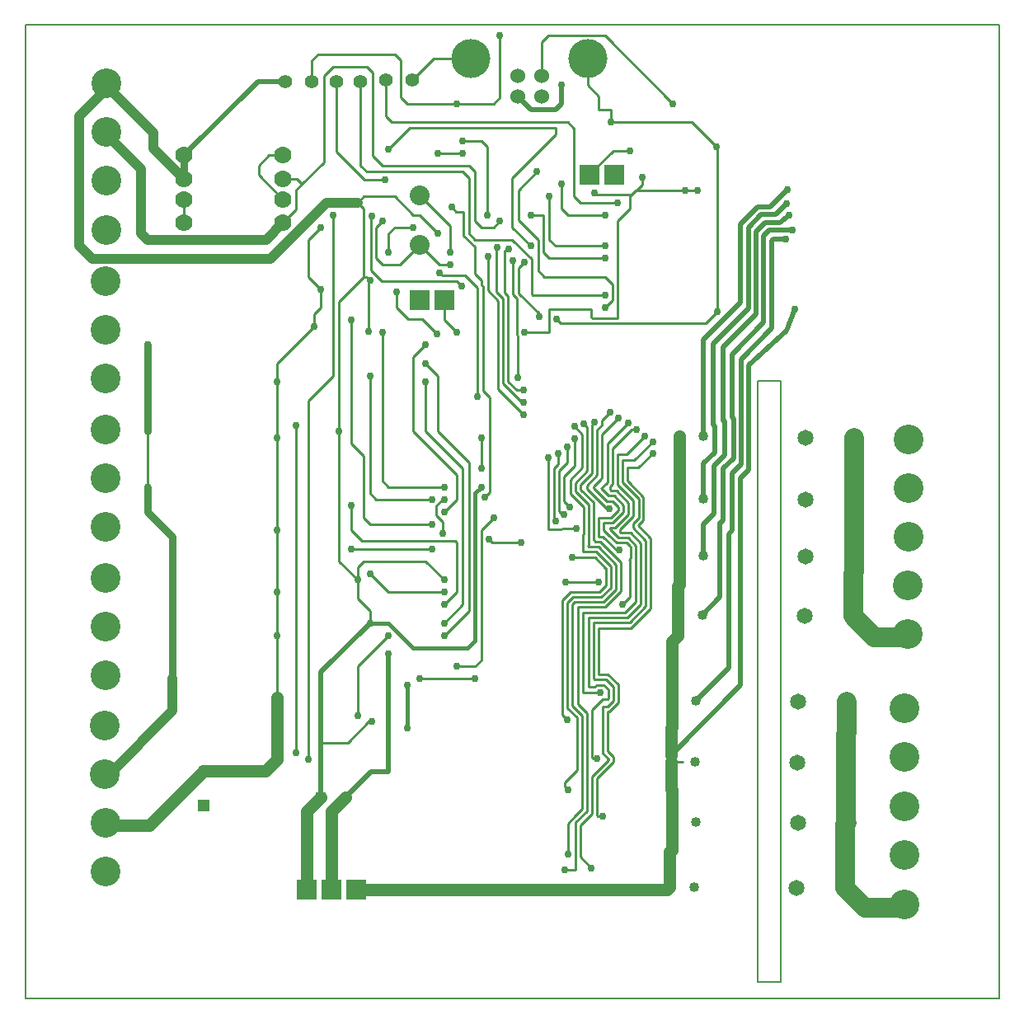
<source format=gbr>
G04 PROTEUS RS274X GERBER FILE*
%FSLAX45Y45*%
%MOMM*%
G01*
%ADD10C,0.254000*%
%ADD14C,1.016000*%
%ADD11C,0.762000*%
%ADD12C,1.270000*%
%ADD16C,2.032000*%
%ADD13C,0.508000*%
%ADD15C,0.381000*%
%ADD19C,0.762000*%
%ADD70C,1.524000*%
%ADD71C,4.000000*%
%ADD23C,3.048000*%
%ADD24C,1.016000*%
%ADD25C,1.651000*%
%ADD31C,2.032000*%
%ADD32R,1.280000X1.280000*%
%ADD33C,0.254000*%
%ADD34C,1.280000*%
%ADD35R,1.120000X1.120000*%
%ADD36C,1.120000*%
%ADD38C,1.397000*%
%ADD39R,2.032000X2.032000*%
%ADD42C,1.778000*%
%ADD43C,0.203200*%
D10*
X-571500Y+1841500D02*
X-696000Y+1966000D01*
X-696000Y+2170000D01*
D14*
X-3492500Y-1714500D02*
X-3492500Y-2047260D01*
X-4154000Y-2708760D01*
D11*
X-3492500Y-254000D02*
X-3746500Y+0D01*
X-3746500Y+254000D01*
X-3492500Y-254000D02*
X-3492500Y-1206500D01*
D10*
X-3746500Y+825500D02*
X-3746500Y+254000D01*
D11*
X-3746500Y+1333500D02*
X-3746500Y+825500D01*
X-3492500Y-1714500D02*
X-3492500Y-1206500D01*
X-3746500Y+1333500D02*
X-3746500Y+1714500D01*
D12*
X+1713000Y+131000D02*
X+1713000Y+773000D01*
X+1713000Y-451000D02*
X+1713000Y+131000D01*
X+1637000Y-1939000D02*
X+1637000Y-1333500D01*
X+1700000Y-1270500D01*
X+1700000Y-1060000D01*
X+1617000Y-3853000D02*
X+1617000Y-3492500D01*
X+1637000Y-3472500D01*
X+1637000Y-3185000D01*
X+1700000Y-1060000D02*
X+1700000Y-762000D01*
X+1713000Y-749000D01*
X+1713000Y-451000D01*
X+1637000Y-3185000D02*
X+1637000Y-2857500D01*
X+1627000Y-2847500D01*
X+1627000Y-2567000D01*
D10*
X-698500Y-825500D02*
X-1270000Y-825500D01*
X-1460500Y-635000D01*
X-952500Y-1714500D02*
X-381000Y-1714500D01*
X-571500Y-1587500D02*
X-381000Y-1587500D01*
X-317500Y-1524000D01*
X-317500Y-190500D01*
X-190500Y-63500D01*
X-2222500Y+889000D02*
X-2222500Y-2476500D01*
X-825500Y+127000D02*
X-1397000Y+127000D01*
X-1460500Y+190500D01*
X-1460500Y+1397000D01*
X-1651000Y+1968500D02*
X-1651000Y+698500D01*
X-1524000Y+571500D01*
X-1524000Y-63500D01*
X-1460500Y-127000D01*
X-825500Y-127000D01*
X-698500Y+254000D02*
X-1270000Y+254000D01*
X-1333500Y+317500D01*
X-1333500Y+1841500D01*
X-698500Y+0D02*
X-571500Y+127000D01*
X-571500Y+381000D01*
X-1016000Y+825500D01*
X-1016000Y+1587500D01*
X-889000Y+1714500D01*
X-317500Y+762000D02*
X-317500Y+444500D01*
X-889000Y+1524000D02*
X-762000Y+1397000D01*
X-762000Y+825500D01*
X-444500Y+508000D01*
X-444500Y-1016000D01*
X-698500Y-1270000D01*
X-698500Y-1143000D02*
X-508000Y-952500D01*
X-508000Y+444500D01*
X-889000Y+825500D01*
X-889000Y+1333500D01*
X-1587500Y-2095500D02*
X-1587500Y-1587500D01*
X-1270000Y-1270000D01*
D16*
X+3427000Y-2577000D02*
X+3427000Y-2286000D01*
X+3437000Y-2276000D01*
X+3437000Y-1949000D01*
X+3500000Y-1070000D02*
X+3500000Y-635000D01*
X+3513000Y-622000D01*
X+3513000Y-461000D01*
X+3513000Y+121000D02*
X+3513000Y+763000D01*
X+3513000Y-461000D02*
X+3513000Y+121000D01*
D10*
X+1651000Y+4191000D02*
X+952500Y+4889500D01*
X+365420Y+4889500D01*
X+301920Y+4826000D01*
X+301920Y+4479780D01*
D13*
X-1270000Y-1460500D02*
X-1270000Y-2667000D01*
D10*
X-1016000Y+2921000D02*
X-1206500Y+2921000D01*
X-1270000Y+2857500D01*
X-1270000Y+2667000D01*
X+2095500Y+3746500D02*
X+1841500Y+4000500D01*
X+1016000Y+4000500D01*
X-2413000Y+1333500D02*
X-2413000Y+1524000D01*
X-2032000Y+1905000D01*
D12*
X-1715000Y-2930000D02*
X-1860000Y-3075000D01*
X-1860000Y-3880000D01*
D10*
X-427000Y+4649780D02*
X-810220Y+4649780D01*
X-1030000Y+4430000D01*
X+773000Y+4649780D02*
X+773000Y+4381500D01*
X+889000Y+4265500D01*
X+889000Y+4127500D01*
X-1968500Y+2286000D02*
X-1968500Y+2095500D01*
X-2032000Y+2032000D01*
X-2032000Y+1905000D01*
X+1016000Y+4127500D02*
X+889000Y+4127500D01*
X-2413000Y+762000D02*
X-2413000Y-190500D01*
X-825500Y-381000D02*
X-1651000Y-381000D01*
D13*
X-1715000Y-2930000D02*
X-1452000Y-2667000D01*
X-1270000Y-2667000D01*
D10*
X-2413000Y-825500D02*
X-2413000Y-190500D01*
X-2413000Y-1270000D02*
X-2413000Y-1905000D01*
D12*
X-3170000Y-2665000D02*
X-2538000Y-2665000D01*
X-2413000Y-2540000D01*
X-2413000Y-1905000D01*
D10*
X-2413000Y+762000D02*
X-2413000Y+1333500D01*
X-1968500Y+2286000D02*
X-2095500Y+2413000D01*
X-2095500Y+2794000D01*
X-1968500Y+2921000D01*
X-2413000Y-825500D02*
X-2413000Y-1270000D01*
X-3370000Y+2970000D02*
X-3370000Y+3210000D01*
X+1016000Y+4127500D02*
X+1016000Y+4000500D01*
X-2354000Y+3660000D02*
X-2499500Y+3660000D01*
X-2603500Y+3556000D01*
X-2603500Y+3459500D01*
X-2354000Y+3210000D01*
X-2159000Y+3365500D02*
X-2213500Y+3420000D01*
X-2360000Y+3420000D01*
X-2354000Y+2970000D02*
X-2222500Y+3101500D01*
X-2222500Y+3302000D01*
X-2159000Y+3365500D01*
X-1935000Y+3589500D01*
X-1935000Y+4478500D01*
X-1841500Y+4572000D01*
X-1493500Y+4572000D01*
X-1430000Y+4508500D01*
X-1430000Y+3652500D01*
X-1333500Y+3556000D01*
X-444500Y+3556000D01*
X-381000Y+3492500D01*
X-381000Y+2984500D01*
X-317500Y+2921000D01*
X-190500Y+2921000D01*
X-127000Y+2984500D01*
X-950000Y+3250000D02*
X-635000Y+2935000D01*
X-635000Y+2667000D01*
X-950000Y+2742000D02*
X-1152000Y+2540000D01*
X-1333500Y+2540000D01*
X-1397000Y+2603500D01*
X-1397000Y+2921000D01*
X-1333500Y+2984500D01*
X-950000Y+2742000D02*
X-748000Y+2540000D01*
X-635000Y+2540000D01*
X+1079500Y+3175000D02*
X+698500Y+3175000D01*
X+635000Y+3238500D01*
X+635000Y+3937000D01*
X+571500Y+4000500D01*
X-1236500Y+4000500D01*
X-1300000Y+4064000D01*
X-1300000Y+4430000D01*
X+381000Y+3238500D02*
X+381000Y+2794000D01*
X+444500Y+2730500D01*
X+952500Y+2730500D01*
X+190500Y+3048000D02*
X+317500Y+3048000D01*
X+317500Y+2667000D01*
X+381000Y+2603500D01*
X+952500Y+2603500D01*
X+508000Y+3365500D02*
X+508000Y+3111500D01*
X+571500Y+3048000D01*
X+952500Y+3048000D01*
X+952500Y+2095500D02*
X+1028700Y+2171700D01*
X+1028700Y+2336800D01*
X+952500Y+2413000D01*
X+330200Y+2413000D01*
X+266700Y+2476500D01*
X+266700Y+2794000D01*
X+63500Y+2997200D01*
X+63500Y+3302000D01*
X+254000Y+3492500D01*
X-762000Y+3683000D02*
X-508000Y+3683000D01*
X-571500Y+4191000D02*
X-190500Y+4191000D01*
X-127000Y+4254500D01*
X-127000Y+4889500D01*
X-571500Y+4191000D02*
X-1079500Y+4191000D01*
X-1143000Y+4254500D01*
X-1143000Y+4635500D01*
X-1206500Y+4699000D01*
X-1996500Y+4699000D01*
X-2060000Y+4635500D01*
X-2060000Y+4420000D01*
X-254000Y+3746500D02*
X-254000Y+3048000D01*
X-254000Y+3746500D02*
X-317500Y+3810000D01*
X-508000Y+3810000D01*
X+1778000Y+3302000D02*
X+1905000Y+3302000D01*
X-1587500Y+3175000D02*
X-1524000Y+3238500D01*
X-1206500Y+3238500D01*
X-1016000Y+3048000D01*
X-952500Y+3048000D01*
X-762000Y+2857500D01*
X-1651000Y+2286000D02*
X-1778000Y+2159000D01*
X-1778000Y+825500D01*
D13*
X-2330000Y+4420000D02*
X-2610000Y+4420000D01*
X-3370000Y+3660000D01*
D10*
X-1587500Y-698500D02*
X-1778000Y-508000D01*
X-1778000Y+825500D01*
D12*
X-1965000Y-2930000D02*
X-2114000Y-3079000D01*
X-2114000Y-3880000D01*
D15*
X-1460500Y-1143000D02*
X-1270000Y-1143000D01*
X-1016000Y-1397000D01*
D13*
X+53000Y+4268000D02*
X+193500Y+4127500D01*
X+444500Y+4127500D01*
X+508000Y+4191000D01*
D10*
X-1460500Y-1143000D02*
X-1460500Y-1016000D01*
X-1587500Y-889000D01*
D11*
X-3370000Y+3660000D02*
X-3370000Y+3426000D01*
X-3376000Y+3420000D01*
D10*
X-1587500Y-698500D02*
X-1587500Y-571500D01*
X-1524000Y-508000D01*
X-889000Y-508000D01*
X-698500Y-698500D01*
D15*
X-1079500Y-1778000D02*
X-1079500Y-2222500D01*
D13*
X+508000Y+4191000D02*
X+508000Y+4381500D01*
D10*
X-1587500Y-698500D02*
X-1587500Y-889000D01*
D12*
X-1606000Y-3880000D02*
X+1590000Y-3880000D01*
X+1617000Y-3853000D01*
D15*
X-1016000Y-1397000D02*
X-457200Y-1397000D01*
X-380000Y-1319800D01*
X-380000Y+191500D01*
X-317500Y+254000D01*
D14*
X-4150000Y+4360000D02*
X-4445000Y+4065000D01*
X-4445000Y+2730500D01*
X-4314500Y+2600000D01*
X-2480000Y+2600000D01*
X-1905000Y+3175000D01*
X-1587500Y+3175000D01*
D16*
X+3417000Y-3863000D02*
X+3417000Y-3215000D01*
X+3437000Y-3195000D01*
X+3427000Y-2577000D02*
X+3427000Y-3185000D01*
X+3437000Y-3195000D01*
D10*
X+370000Y+560000D02*
X+370000Y-180000D01*
X+640576Y-174514D01*
X+649541Y-174514D01*
X+655517Y-168538D01*
X+544842Y-723168D02*
X+883810Y-723168D01*
X+474168Y+596987D02*
X+474168Y+491729D01*
X+428774Y+446335D01*
X+428774Y-68786D01*
X+457948Y-97960D01*
X+449931Y-97960D01*
X+565210Y+663508D02*
X+565210Y+502724D01*
X+479609Y+417123D01*
X+479609Y+6104D01*
X+517649Y-31936D01*
X+527073Y-31936D01*
X+638407Y+753547D02*
X+641355Y+750599D01*
X+641355Y+473007D01*
X+530377Y+362029D01*
X+530377Y+106683D01*
X+586306Y+50754D01*
X+618446Y-469414D02*
X+848132Y-469414D01*
X+954152Y-575434D01*
X+960580Y-581862D01*
X+960580Y-757486D01*
X+894034Y-824032D01*
X+820866Y-824032D01*
X+597178Y-824032D01*
X+515648Y-905562D01*
X+515648Y-2083577D01*
X+564776Y-2132705D01*
X+666388Y-2450000D02*
X+666388Y-2651002D01*
X+537680Y-2779710D01*
X+537680Y-2820882D01*
X+572518Y-2855720D01*
X+638888Y+878033D02*
X+720897Y+796024D01*
X+720897Y+651040D01*
X+720897Y+453292D01*
X+597759Y+330154D01*
X+597759Y+179450D01*
X+648340Y+128869D01*
X+651220Y+128869D01*
X+732224Y+47865D01*
X+732224Y-229597D01*
X+726637Y-235184D01*
X+726637Y-412222D01*
X+727584Y-413169D01*
X+864504Y-413169D01*
X+1011374Y-560039D01*
X+1011374Y-778526D01*
X+915112Y-874788D01*
X+623014Y-874788D01*
X+566457Y-931345D01*
X+566457Y-952580D01*
X+566457Y-2014819D01*
X+666388Y-2114750D01*
X+666388Y-2152519D01*
X+666388Y-2450000D01*
X+736506Y+906357D02*
X+771744Y+871119D01*
X+771744Y+418642D01*
X+648522Y+295420D01*
X+648522Y+207896D01*
X+782990Y+73428D01*
X+782990Y-346884D01*
X+777466Y-352408D01*
X+787390Y-362332D01*
X+885555Y-362332D01*
X+1064508Y-541285D01*
X+1064508Y-797197D01*
X+936107Y-925598D01*
X+644134Y-925598D01*
X+617273Y-952459D01*
X+617273Y-1993933D01*
X+717057Y-2093717D01*
X+717057Y-2111664D01*
X+717175Y-2111782D01*
X+717175Y-3052958D01*
X+651331Y-3118802D01*
X+570085Y-3200048D01*
X+570085Y-3515409D01*
X+841984Y+916463D02*
X+822567Y+897046D01*
X+822567Y+397586D01*
X+728498Y+303517D01*
X+702951Y+277970D01*
X+702916Y+277970D01*
X+702916Y+225308D01*
X+833759Y+94465D01*
X+833759Y-283037D01*
X+834294Y-283572D01*
X+855844Y-305122D01*
X+900185Y-305122D01*
X+1115295Y-520232D01*
X+1115295Y-818122D01*
X+957007Y-976410D01*
X+673464Y-976410D01*
X+673464Y-1978232D01*
X+767975Y-2072743D01*
X+767975Y-2119346D01*
X+767975Y-3073995D01*
X+651835Y-3190135D01*
X+646291Y-3195679D01*
X+646291Y-3679004D01*
X+646499Y-3679212D01*
X+536063Y-3679212D01*
X+534981Y-3678130D01*
X+1007245Y+1025752D02*
X+919960Y+938467D01*
X+919960Y+886762D01*
X+873346Y+840148D01*
X+873346Y+376549D01*
X+765744Y+268947D01*
X+765744Y+234354D01*
X+967215Y+32883D01*
X+996335Y+32883D01*
X+1086093Y+958544D02*
X+924152Y+796603D01*
X+924152Y+348711D01*
X+900809Y+325368D01*
X+835157Y+259716D01*
X+835157Y+246586D01*
X+971228Y+110515D01*
X+1026399Y+110515D01*
X+1089977Y+46937D01*
X+1089977Y+17333D01*
X+1014069Y-58575D01*
X+884570Y-58575D01*
X+884570Y-253278D01*
X+884552Y-253296D01*
X+930906Y-253296D01*
X+1086094Y-408484D01*
X+1098652Y-395926D01*
X+1188967Y+910209D02*
X+975635Y+696877D01*
X+975635Y+303543D01*
X+958968Y+286876D01*
X+914511Y+242419D01*
X+914511Y+239086D01*
X+990054Y+163543D01*
X+1045634Y+163543D01*
X+1142301Y+66876D01*
X+1142301Y-2249D01*
X+1033997Y-110553D01*
X+935360Y-110553D01*
X+935360Y-185964D01*
X+991837Y-242441D01*
X+1068283Y-318887D01*
X+1171642Y-318887D01*
X+1204513Y-351758D01*
X+1204513Y-353807D01*
X+1217233Y-366527D01*
X+1217233Y-474607D01*
X+1199904Y-491936D01*
X+1208461Y-500493D01*
X+1208461Y-871540D01*
X+1131938Y-948063D01*
X+1134885Y-951010D01*
X+1274328Y+840704D02*
X+1222124Y+840704D01*
X+1026423Y+645003D01*
X+1026423Y+282443D01*
X+1002525Y+258545D01*
X+1002525Y+223134D01*
X+1011365Y+214294D01*
X+1069905Y+214294D01*
X+1193137Y+91062D01*
X+1193137Y-24535D01*
X+1056337Y-161335D01*
X+1005331Y-161335D01*
X+1005331Y-184102D01*
X+1080537Y-259308D01*
X+1089321Y-268092D01*
X+1192659Y-268092D01*
X+1270977Y-346410D01*
X+1270977Y-922610D01*
X+1161080Y-1032507D01*
X+724246Y-1032507D01*
X+724246Y-1855697D01*
X+724288Y-1855739D01*
X+903392Y-1855739D01*
X+904105Y-1855026D01*
X+2095500Y+3746500D02*
X+2105500Y+3746500D01*
X+2105500Y+2052000D01*
X+1359671Y+778112D02*
X+1174272Y+592713D01*
X+1077267Y+592713D01*
X+1077267Y+278706D01*
X+1243933Y+112040D01*
X+1243933Y-45632D01*
X+1106660Y-182905D01*
X+1106660Y-213589D01*
X+1110327Y-217256D01*
X+1213585Y-217256D01*
X+1321812Y-325483D01*
X+1321812Y-947437D01*
X+1185987Y-1083262D01*
X+780841Y-1083262D01*
X+780841Y-1798219D01*
X+783588Y-1800966D01*
X+844286Y-1800966D01*
X+867631Y-1777621D01*
X+940004Y-1777621D01*
X+984360Y-1821977D01*
X+984360Y-1917695D01*
X+975022Y-1927033D01*
X+930664Y-1927033D01*
X+818754Y-2038943D01*
X+818754Y-2521715D01*
X+827309Y-2530270D01*
X+869417Y-2530270D01*
X+1445885Y+720081D02*
X+1253975Y+528171D01*
X+1128052Y+528171D01*
X+1128052Y+299810D01*
X+1296710Y+131152D01*
X+1296710Y-64684D01*
X+1238653Y-122741D01*
X+1238653Y-162065D01*
X+1372573Y-295985D01*
X+1372573Y-968547D01*
X+1205520Y-1135600D01*
X+831624Y-1135600D01*
X+831624Y-1712742D01*
X+842199Y-1723317D01*
X+962114Y-1723317D01*
X+1038423Y-1799626D01*
X+1038423Y-1941342D01*
X+976296Y-2003469D01*
X+926128Y-2003469D01*
X+926128Y-2477937D01*
X+989757Y-2541566D01*
X+989757Y-2548029D01*
X+818812Y-2718974D01*
X+818812Y-3102354D01*
X+709135Y-3212031D01*
X+697286Y-3223880D01*
X+697286Y-3545884D01*
X+811026Y-3659624D01*
X+1441050Y+601049D02*
X+1290267Y+450266D01*
X+1178844Y+450266D01*
X+1178844Y+320895D01*
X+1199672Y+300067D01*
X+1347477Y+152262D01*
X+1347477Y-85765D01*
X+1292346Y-140896D01*
X+1423397Y-271947D01*
X+1423397Y-989499D01*
X+1233248Y-1179648D01*
X+1230729Y-1179648D01*
X+1212980Y-1197397D01*
X+882467Y-1197397D01*
X+882467Y-1666615D01*
X+882408Y-1666674D01*
X+979383Y-1666674D01*
X+1089266Y-1776557D01*
X+1089266Y-1920181D01*
X+1089266Y-1962202D01*
X+996725Y-2054743D01*
X+976935Y-2054743D01*
X+976935Y-2451623D01*
X+976886Y-2451672D01*
X+976886Y-2456915D01*
X+1040498Y-2520527D01*
X+1040498Y-2570638D01*
X+1008508Y-2602628D01*
X+869564Y-2741572D01*
X+869564Y-3115955D01*
X+867808Y-3117711D01*
X+878884Y-3128787D01*
X+926878Y-3128787D01*
X+930569Y-3128787D01*
X+1627000Y-2567000D02*
X+1750870Y-2567000D01*
X+1627000Y-2567000D02*
X+1627000Y-2496841D01*
D12*
X+1627000Y-2222500D01*
X+1637000Y-2212500D01*
X+1637000Y-1939000D01*
D13*
X+1963000Y+773000D02*
X+1963000Y+1764618D01*
X+2342624Y+2144242D01*
X+2342624Y+2955366D01*
X+2517258Y+3130000D01*
X+2643309Y+3130000D01*
X+2821226Y+3307917D01*
X+1963000Y+131000D02*
X+1963000Y+493661D01*
X+2080000Y+610661D01*
X+2080000Y+873454D01*
X+2062658Y+890796D01*
X+2062658Y+1726021D01*
X+2423063Y+2086426D01*
X+2423063Y+2915930D01*
X+2557133Y+3050000D01*
X+2703329Y+3050000D01*
X+2819699Y+3166370D01*
X+1963000Y-451000D02*
X+1963000Y-128902D01*
X+2070000Y-21902D01*
X+2070000Y+470080D01*
X+2180000Y+580080D01*
X+2180000Y+928068D01*
X+2167118Y+940950D01*
X+2167118Y+1688458D01*
X+2504413Y+2025753D01*
X+2504413Y+2879034D01*
X+2598152Y+2972773D01*
X+2747115Y+2972773D01*
X+2842404Y+3044065D01*
X+2874954Y+2893344D02*
X+2640906Y+2893344D01*
X+2583353Y+2835791D01*
X+2583353Y+1941803D01*
X+2257221Y+1615671D01*
X+2257221Y+971079D01*
X+2271501Y+956799D01*
X+2271501Y+547958D01*
X+2165136Y+441593D01*
X+2165136Y-91731D01*
X+2141258Y-115609D01*
X+2132336Y-115609D01*
X+2132336Y-877664D01*
X+1950000Y-1060000D01*
X+2803946Y+2795842D02*
X+2678355Y+2795842D01*
X+2668103Y+2785590D01*
X+2668103Y+1884276D01*
X+2350000Y+1566173D01*
X+2350000Y+483964D01*
X+2258461Y+392425D01*
X+2258461Y-192840D01*
X+2220628Y-230673D01*
X+2220628Y-1605372D01*
X+1887000Y-1939000D01*
X+1627000Y-2496841D02*
X+2343750Y-1780091D01*
X+2343750Y+341147D01*
X+2430000Y+427397D01*
X+2430000Y+1505454D01*
X+2820000Y+1860000D01*
X+2902313Y+2075638D01*
D10*
X+456766Y+1979175D02*
X+500667Y+1935274D01*
X+1988774Y+1935274D01*
X+2105500Y+2052000D01*
X-1270000Y+3720000D02*
X-1050000Y+3940000D01*
X+444500Y+3940000D01*
X+444500Y+3873500D01*
X+0Y+3429000D01*
X+0Y+2921000D01*
X+190500Y+2730500D01*
X-4180620Y-3192000D02*
X-4199407Y-3173213D01*
X-4199407Y-3170823D01*
X-4130000Y-3219380D02*
X-4150850Y-3219380D01*
X-4199407Y-3170823D01*
X-4180620Y-3192000D01*
D12*
X-4152000Y-3219380D02*
X-4150850Y-3219380D01*
X-4130000Y-3219380D02*
X-3724380Y-3219380D01*
X-3170000Y-2665000D01*
D10*
X-4172250Y+3897370D02*
X-4140190Y+3865310D01*
X-4140190Y+3849810D01*
D14*
X-2354000Y+2970000D02*
X-2530000Y+2794000D01*
X-3746500Y+2794000D01*
X-3810000Y+2857500D01*
X-3810000Y+3519620D01*
X-4140190Y+3849810D01*
X-4150000Y+3859620D01*
D10*
X-4172250Y+4397750D02*
X-4125000Y+4350500D01*
X-4125000Y+4335000D01*
D14*
X-4150000Y+4360000D02*
X-4125000Y+4335000D01*
X-3683000Y+3893000D01*
X-3683000Y+3727000D01*
X-3376000Y+3420000D01*
D10*
X+4024000Y-4029000D02*
X+4024000Y-4064000D01*
D16*
X+3417000Y-3863000D02*
X+3618000Y-4064000D01*
X+4024000Y-4064000D01*
X+4061000Y-4064000D01*
D10*
X+4057000Y-1257000D02*
X+4027000Y-1287000D01*
X+4023200Y-1287000D01*
D16*
X+3500000Y-1070000D02*
X+3717000Y-1287000D01*
X+4023200Y-1287000D01*
X+4027000Y-1287000D02*
X+4073000Y-1287000D01*
D10*
X+276499Y+2000507D02*
X+276499Y+2034399D01*
X+67158Y+2243740D01*
X+952500Y+2222500D02*
X+210000Y+2222500D01*
X+200000Y+2232000D01*
X+200000Y+2594000D01*
X+0Y+2794000D01*
X-381000Y+2794000D01*
X-444500Y+2857500D01*
X-444500Y+3429000D01*
X-508000Y+3492500D01*
X-1496500Y+3492500D01*
X-1560000Y+3556000D01*
X-1560000Y+4420000D01*
X+67158Y+2243740D02*
X+67158Y+2502924D01*
X+124976Y+2560742D01*
X+123884Y+2560742D01*
X+57290Y+1374253D02*
X+57290Y+1808057D01*
X+48315Y+1817032D01*
X+48315Y+2188009D01*
X+3439Y+2232885D01*
X+3439Y+2579929D01*
X+114134Y+1248599D02*
X+45324Y+1248599D01*
X-44429Y+1338352D01*
X-44429Y+2211943D01*
X-83322Y+2250836D01*
X-83322Y+2681649D01*
X-48061Y+2681649D01*
X-33537Y+2696173D01*
X+117377Y+1123735D02*
X+98440Y+1123735D01*
X-95261Y+1317436D01*
X-95261Y+2190886D01*
X-161873Y+2257498D01*
X-161873Y+2414327D01*
X-161873Y+2704947D01*
X-151661Y+2715159D01*
X+113012Y+996294D02*
X-146096Y+1255402D01*
X-146096Y+2162026D01*
X-146096Y+2168535D01*
X-251355Y+2273794D01*
X-251355Y+2618957D01*
X-249339Y+2620973D01*
X-358424Y+1184536D02*
X-358424Y+2296656D01*
X-486353Y+2424585D01*
X-718301Y+2424585D01*
X-747954Y+2454238D01*
X-1187535Y+2257783D02*
X-1187535Y+2094177D01*
X-1073358Y+1980000D01*
X-928158Y+1980000D01*
X-776473Y+1828315D01*
X-1651000Y+63500D02*
X-1651000Y-190500D01*
X-1541500Y-300000D01*
X-589000Y-300000D01*
X-571500Y-317500D01*
X-571500Y-825500D01*
X-698500Y-952500D01*
X-712013Y-222567D02*
X-712013Y-101247D01*
X-778195Y-35065D01*
X-778195Y+66502D01*
X-717611Y+127086D01*
X-700984Y+127086D01*
X-622829Y+3126517D02*
X-577473Y+3081161D01*
X-498590Y+3081161D01*
X-498590Y+2837095D01*
X-381959Y+2720464D01*
X-381959Y+2444001D01*
X-316083Y+2378125D01*
X-316083Y+2329528D01*
X-303123Y+2316568D01*
X-303123Y+1244835D01*
X-232153Y+1173865D01*
X-232153Y+197847D01*
X-280000Y+150000D01*
X+90500Y-320000D02*
X-201934Y-320000D01*
X-238445Y-283489D01*
X-1965000Y-2370000D02*
X-1690579Y-2370000D01*
X-1477164Y-2156585D01*
X-1446296Y-2156585D01*
D13*
X-1965000Y-2930000D02*
X-1965000Y-2370000D01*
X-1965000Y-1647500D01*
X-1460500Y-1143000D01*
D10*
X-1524000Y+2413000D02*
X-1524000Y+3111500D01*
X-1587500Y+3175000D01*
X-1461945Y+2374407D02*
X-1500538Y+2413000D01*
X-1524000Y+2413000D01*
X-1553500Y+2383500D01*
X-1651000Y+2286000D02*
X-1553500Y+2383500D01*
X-1472987Y+1851654D02*
X-1472987Y+2363365D01*
X-1461945Y+2374407D01*
X-2095500Y-2540000D02*
X-2095500Y+1143000D01*
X-1841500Y+1397000D01*
X-1841500Y+3048000D01*
X-522521Y+2320214D02*
X-571831Y+2369524D01*
X-1342732Y+2369524D01*
X-1454531Y+2481323D01*
X-1454531Y+3024313D01*
X-1444142Y+3034702D01*
X-1441114Y+3034702D01*
X-1308462Y+3408462D02*
X-1310000Y+3410000D01*
X-1520000Y+3410000D01*
X-1810000Y+3700000D01*
X-1810000Y+4420000D01*
X+1224000Y+3256000D02*
X+859219Y+3256000D01*
X+845423Y+3269796D01*
X+1224000Y+3256000D02*
X+1206500Y+3238500D01*
X+1206500Y+3111500D01*
X+1079500Y+2984500D01*
X+1079500Y+1990000D01*
X+820000Y+1990000D01*
X+810000Y+2000000D01*
X+810000Y+2080000D01*
X+380000Y+2080000D01*
X+380000Y+1840000D01*
X+127000Y+1841500D01*
X+1336986Y+3434158D02*
X+1336986Y+3361353D01*
X+1277633Y+3302000D01*
X+1270000Y+3302000D01*
X+1778000Y+3302000D02*
X+1277633Y+3302000D01*
X+1270000Y+3302000D02*
X+1224000Y+3256000D01*
X+796000Y+3460000D02*
X+796000Y+3466916D01*
X+1037046Y+3707962D01*
X+1209379Y+3707962D01*
D19*
X-571500Y+1841500D03*
X-3746500Y+1714500D03*
X-3492500Y-1206500D03*
X-3746500Y+254000D03*
X-3746500Y+825500D03*
X-3746500Y+1333500D03*
X-3492500Y-254000D03*
X-3492500Y-1714500D03*
X-1460500Y-635000D03*
X-698500Y-825500D03*
X-381000Y-1714500D03*
X-952500Y-1714500D03*
X-190500Y-63500D03*
X-571500Y-1587500D03*
X-2222500Y-2476500D03*
X-2222500Y+889000D03*
X-1460500Y+1397000D03*
X-825500Y+127000D03*
X-825500Y-127000D03*
X-1651000Y+1968500D03*
X-1333500Y+1841500D03*
X-698500Y+254000D03*
X-889000Y+1714500D03*
X-698500Y+0D03*
X-317500Y+444500D03*
X-317500Y+762000D03*
X-698500Y-1270000D03*
X-889000Y+1524000D03*
X-889000Y+1333500D03*
X-698500Y-1143000D03*
X-1270000Y-1270000D03*
X-1587500Y-2095500D03*
X+1651000Y+4191000D03*
X-1270000Y+2667000D03*
X+1016000Y+4000500D03*
X-1651000Y-381000D03*
X-1270000Y-1460500D03*
X-1968500Y+2921000D03*
X-2413000Y-1905000D03*
X-2413000Y-190500D03*
X-2032000Y+1905000D03*
X-1016000Y+2921000D03*
X-1968500Y+2286000D03*
X-825500Y-381000D03*
X-2413000Y+1333500D03*
X-2413000Y-1270000D03*
X-2413000Y-825500D03*
X-2413000Y+762000D03*
X-127000Y+2984500D03*
X-635000Y+2667000D03*
X-1333500Y+2984500D03*
X-635000Y+2540000D03*
X+1079500Y+3175000D03*
X+952500Y+2730500D03*
X+381000Y+3238500D03*
X+952500Y+2603500D03*
X+190500Y+3048000D03*
X+952500Y+3048000D03*
X+508000Y+3365500D03*
X+254000Y+3492500D03*
X+952500Y+2095500D03*
X-508000Y+3683000D03*
X-762000Y+3683000D03*
X-127000Y+4889500D03*
X-571500Y+4191000D03*
X-254000Y+3048000D03*
X-508000Y+3810000D03*
X+1905000Y+3302000D03*
X-762000Y+2857500D03*
X-1778000Y+825500D03*
X-698500Y-698500D03*
X-1079500Y-2222500D03*
X+508000Y+4381500D03*
X-1587500Y-698500D03*
X-1460500Y-1143000D03*
X-317500Y+254000D03*
X+370000Y+560000D03*
X+655517Y-168538D03*
X+474168Y+596987D03*
X+449931Y-97960D03*
X+544842Y-723168D03*
X+883810Y-723168D03*
X+565210Y+663508D03*
X+527073Y-31936D03*
X+638407Y+753547D03*
X+586306Y+50754D03*
X+618446Y-469414D03*
X+564776Y-2132705D03*
X+638888Y+878033D03*
X+572518Y-2855720D03*
X+736506Y+906357D03*
X+570085Y-3515409D03*
X+841984Y+916463D03*
X+534981Y-3678130D03*
X+1007245Y+1025752D03*
X+996335Y+32883D03*
X+1086093Y+958544D03*
X+1098652Y-395926D03*
X+1188967Y+910209D03*
X+1134885Y-951010D03*
X+1274328Y+840704D03*
X+904105Y-1855026D03*
X+2095500Y+3746500D03*
X+2105500Y+2052000D03*
X+1359671Y+778112D03*
X+869417Y-2530270D03*
X+1445885Y+720081D03*
X+811026Y-3659624D03*
X+1441050Y+601049D03*
X+930569Y-3128787D03*
X+2821226Y+3307917D03*
X+2819699Y+3166370D03*
X+2842404Y+3044065D03*
X+2874954Y+2893344D03*
X+2803946Y+2795842D03*
X+2902313Y+2075638D03*
X+456766Y+1979175D03*
X-1270000Y+3720000D03*
X+190500Y+2730500D03*
X+4030000Y-2020240D03*
X+1778000Y+3302000D03*
X+127000Y+1841500D03*
X+276499Y+2000507D03*
X+952500Y+2222500D03*
X+123884Y+2560742D03*
X+57290Y+1374253D03*
X+3439Y+2579929D03*
X+114134Y+1248599D03*
X-33537Y+2696173D03*
X+117377Y+1123735D03*
X-151661Y+2715159D03*
X+113012Y+996294D03*
X-249339Y+2620973D03*
X-358424Y+1184536D03*
X-747954Y+2454238D03*
X-776473Y+1828315D03*
X-1187535Y+2257783D03*
X-1651000Y+63500D03*
X-698500Y-952500D03*
X-712013Y-222567D03*
X-700984Y+127086D03*
X-622829Y+3126517D03*
X-280000Y+150000D03*
X-238445Y-283489D03*
X-1079500Y-1778000D03*
X-1446296Y-2156585D03*
X-1461945Y+2374407D03*
X-1472987Y+1851654D03*
X+90500Y-320000D03*
X-2095500Y-2540000D03*
X-1841500Y+3048000D03*
X-522521Y+2320214D03*
X-1441114Y+3034702D03*
X-1308462Y+3408462D03*
X+845423Y+3269796D03*
X+1336986Y+3434158D03*
X+1209379Y+3707962D03*
D70*
X+53000Y+4268000D03*
X+301920Y+4268000D03*
X+301920Y+4479780D03*
X+53000Y+4479780D03*
D71*
X-427000Y+4649780D03*
X+773000Y+4649780D03*
D23*
X-4179620Y+2369000D03*
X-4179620Y+1868620D03*
X-4179620Y+1368240D03*
X-4176620Y+846000D03*
X-4176620Y+345620D03*
X-4176620Y-154760D03*
X-4179620Y-677000D03*
X-4179620Y-1177380D03*
X-4179620Y-1677760D03*
X+4029000Y-3022000D03*
X+4029000Y-2521620D03*
X+4029000Y-2021240D03*
X+4066000Y-255000D03*
X+4066000Y+245380D03*
X+4066000Y+745760D03*
D24*
X+1617000Y-3853000D03*
X+1867000Y-3853000D03*
D25*
X+2917000Y-3863000D03*
X+3417000Y-3863000D03*
D24*
X+1637000Y-3185000D03*
X+1887000Y-3185000D03*
D25*
X+2937000Y-3195000D03*
X+3437000Y-3195000D03*
D24*
X+1627000Y-2567000D03*
X+1877000Y-2567000D03*
D25*
X+2927000Y-2577000D03*
X+3427000Y-2577000D03*
D24*
X+1637000Y-1939000D03*
X+1887000Y-1939000D03*
D25*
X+2937000Y-1949000D03*
X+3437000Y-1949000D03*
D24*
X+1700000Y-1060000D03*
X+1950000Y-1060000D03*
D25*
X+3000000Y-1070000D03*
X+3500000Y-1070000D03*
D24*
X+1713000Y-451000D03*
X+1963000Y-451000D03*
D25*
X+3013000Y-461000D03*
X+3513000Y-461000D03*
D24*
X+1713000Y+131000D03*
X+1963000Y+131000D03*
D25*
X+3013000Y+121000D03*
X+3513000Y+121000D03*
D24*
X+1713000Y+773000D03*
X+1963000Y+773000D03*
D25*
X+3013000Y+763000D03*
X+3513000Y+763000D03*
D23*
X+4024000Y-4029000D03*
X+4024000Y-3528620D03*
X+4057000Y-1257000D03*
X+4057000Y-756620D03*
X-4181620Y-2194000D03*
X-4181620Y-2694380D03*
X-4180620Y-3192000D03*
X-4180620Y-3692380D03*
D31*
X-950000Y+3250000D03*
X-950000Y+2742000D03*
D32*
X-3170000Y-3015000D03*
D33*
X-3170000Y-3015000D03*
D34*
X-3170000Y-2665000D03*
D35*
X-1965000Y-2930000D03*
D33*
X-1965000Y-2930000D03*
D36*
X-1715000Y-2930000D03*
D38*
X-2330000Y+4420000D03*
X-2060000Y+4420000D03*
X-1810000Y+4420000D03*
X-1560000Y+4420000D03*
X-1300000Y+4430000D03*
X-1030000Y+4430000D03*
D39*
X-1606000Y-3880000D03*
X-1860000Y-3880000D03*
X-2114000Y-3880000D03*
X-950000Y+2170000D03*
X-696000Y+2170000D03*
X+796000Y+3460000D03*
X+1050000Y+3460000D03*
D23*
X-4172250Y+4397750D03*
X-4172250Y+3897370D03*
X-4172250Y+3396990D03*
X-4172250Y+2896610D03*
D42*
X-3370000Y+2970000D03*
X-2354000Y+2970000D03*
X-3370000Y+3210000D03*
X-2354000Y+3210000D03*
X-3370000Y+3660000D03*
X-2354000Y+3660000D03*
X-2360000Y+3420000D03*
X-3376000Y+3420000D03*
D43*
X-5000000Y-5000000D02*
X+5000000Y-5000000D01*
X+5000000Y+5000000D01*
X-5000000Y+5000000D01*
X-5000000Y-5000000D01*
X+2520000Y-4830000D02*
X+2760000Y-4830000D01*
X+2760000Y+1340000D01*
X+2520000Y+1340000D01*
X+2520000Y-4830000D01*
M02*

</source>
